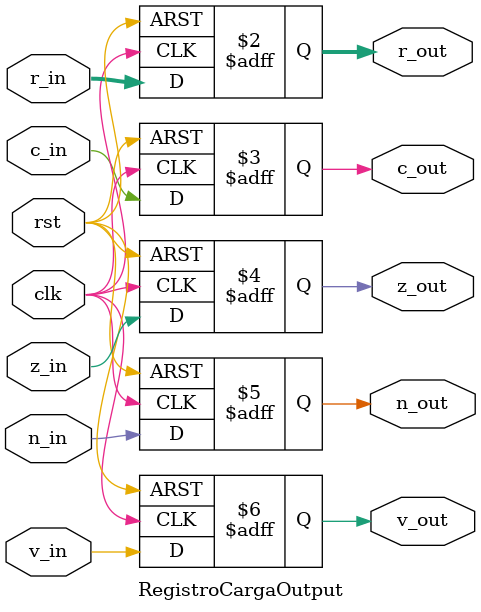
<source format=sv>
module RegistroCargaOutput
#(parameter N = 4)
(
	clk,rst,
	r_in,c_in,z_in,n_in,v_in,
	r_out,c_out,z_out,n_out,v_out
);

	input logic clk;
	input logic rst;
	
	input logic [N-1:0] r_in;
	input logic c_in;
	input logic z_in;
	input logic n_in;
	input logic v_in;
	
	output logic [N-1:0] r_out;
	output logic c_out;
	output logic z_out;
	output logic n_out;
	output logic v_out;
	
	
	always @ (negedge clk or posedge rst)
		if(rst)
		
		begin
		
			r_out <= 0;
			c_out <= 0;
			z_out <= 0;
			n_out <= 0;
			v_out <= 0;
					
		end
		
	else
	
		begin
		
			r_out = r_in;
			c_out = c_in;	
			z_out = z_in;
			n_out = n_in;
			v_out = v_in;
					
		end
	
endmodule
</source>
